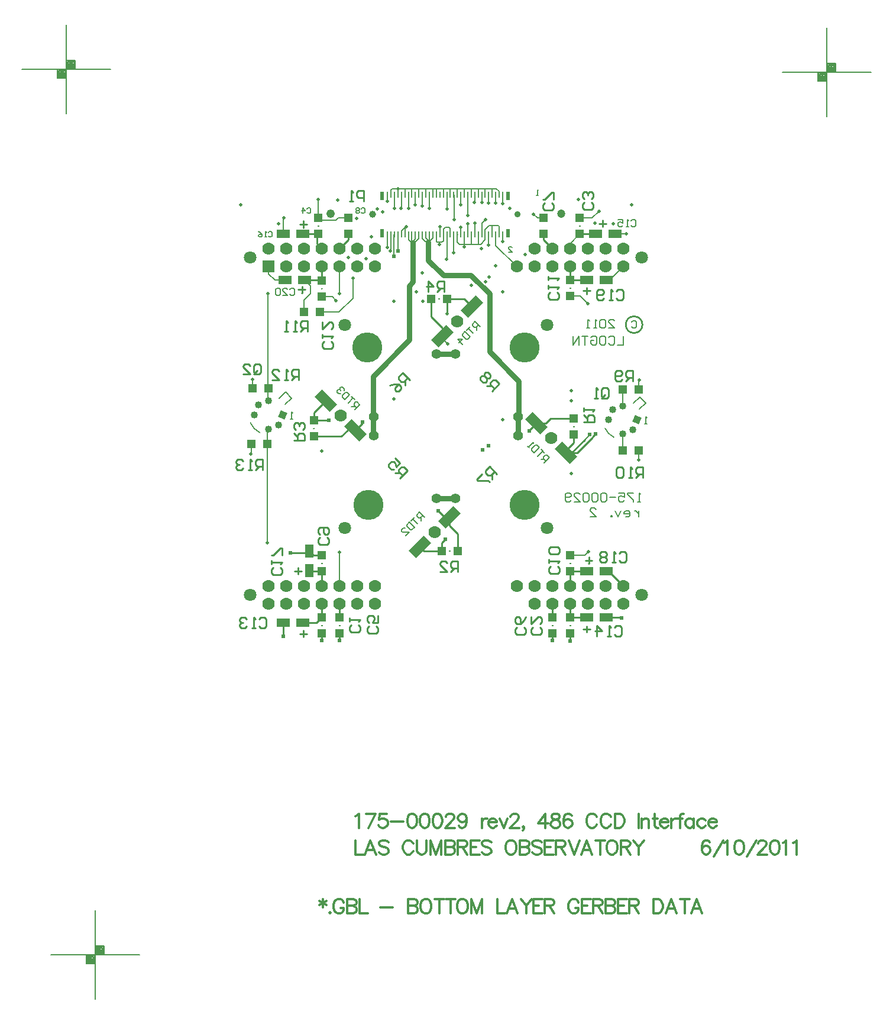
<source format=gbl>
%FSLAX25Y25*%
%MOIN*%
G70*
G01*
G75*
G04 Layer_Physical_Order=6*
G04 Layer_Color=16711680*
%ADD10C,0.01000*%
%ADD11C,0.00787*%
%ADD12C,0.00984*%
%ADD13C,0.00800*%
%ADD14C,0.01201*%
%ADD15C,0.01201*%
%ADD16C,0.01200*%
%ADD17P,0.05657X4X202.5*%
%ADD18C,0.04000*%
%ADD19C,0.07000*%
%ADD20R,0.07000X0.07000*%
%ADD21C,0.05512*%
%ADD22C,0.03543*%
%ADD23C,0.03937*%
%ADD24C,0.07087*%
%ADD25C,0.16929*%
%ADD26C,0.04724*%
%ADD27C,0.04807*%
%ADD28C,0.02400*%
%ADD29C,0.02000*%
%ADD30C,0.04000*%
%ADD31C,0.04500*%
%ADD32C,0.09874*%
%ADD33C,0.06000*%
G04:AMPARAMS|DCode=34|XSize=100mil|YSize=100mil|CornerRadius=0mil|HoleSize=0mil|Usage=FLASHONLY|Rotation=0.000|XOffset=0mil|YOffset=0mil|HoleType=Round|Shape=Relief|Width=10mil|Gap=10mil|Entries=4|*
%AMTHD34*
7,0,0,0.10000,0.08000,0.01000,45*
%
%ADD34THD34*%
%ADD35C,0.05347*%
%ADD36C,0.05543*%
%ADD37C,0.05937*%
%ADD38C,0.09087*%
%ADD39C,0.18929*%
%ADD40C,0.06921*%
%ADD41C,0.03000*%
G04:AMPARAMS|DCode=42|XSize=70mil|YSize=70mil|CornerRadius=0mil|HoleSize=0mil|Usage=FLASHONLY|Rotation=0.000|XOffset=0mil|YOffset=0mil|HoleType=Round|Shape=Relief|Width=10mil|Gap=10mil|Entries=4|*
%AMTHD42*
7,0,0,0.07000,0.05000,0.01000,45*
%
%ADD42THD42*%
%ADD43R,0.07800X0.04800*%
%ADD44R,0.05000X0.05000*%
G04:AMPARAMS|DCode=45|XSize=59.06mil|YSize=118.11mil|CornerRadius=0mil|HoleSize=0mil|Usage=FLASHONLY|Rotation=315.000|XOffset=0mil|YOffset=0mil|HoleType=Round|Shape=Rectangle|*
%AMROTATEDRECTD45*
4,1,4,-0.06264,-0.02088,0.02088,0.06264,0.06264,0.02088,-0.02088,-0.06264,-0.06264,-0.02088,0.0*
%
%ADD45ROTATEDRECTD45*%

%ADD46R,0.00984X0.03543*%
%ADD47R,0.02362X0.05118*%
%ADD48R,0.04800X0.07800*%
%ADD49R,0.05000X0.05000*%
G04:AMPARAMS|DCode=50|XSize=59.06mil|YSize=118.11mil|CornerRadius=0mil|HoleSize=0mil|Usage=FLASHONLY|Rotation=225.000|XOffset=0mil|YOffset=0mil|HoleType=Round|Shape=Rectangle|*
%AMROTATEDRECTD50*
4,1,4,-0.02088,0.06264,0.06264,-0.02088,0.02088,-0.06264,-0.06264,0.02088,-0.02088,0.06264,0.0*
%
%ADD50ROTATEDRECTD50*%

%ADD51C,0.03000*%
%ADD52C,0.00500*%
%ADD53C,0.00700*%
D10*
X52141Y201100D02*
G03*
X52141Y201100I-141J0D01*
G01*
X192189Y201425D02*
G03*
X192189Y201425I-141J0D01*
G01*
Y46425D02*
G03*
X192189Y46425I-141J0D01*
G01*
X52189D02*
G03*
X52189Y46425I-141J0D01*
G01*
X182189Y11425D02*
G03*
X182189Y11425I-141J0D01*
G01*
X62189D02*
G03*
X62189Y11425I-141J0D01*
G01*
X50189Y236425D02*
G03*
X50189Y236425I-141J0D01*
G01*
X197541Y236400D02*
G03*
X197541Y236400I-141J0D01*
G01*
X192189Y11425D02*
G03*
X192189Y11425I-141J0D01*
G01*
X52189D02*
G03*
X52189Y11425I-141J0D01*
G01*
X194189Y123425D02*
G03*
X194189Y123425I-141J0D01*
G01*
X124189Y53425D02*
G03*
X124189Y53425I-141J0D01*
G01*
X47689Y122425D02*
G03*
X47689Y122425I-141J0D01*
G01*
X118189Y195425D02*
G03*
X118189Y195425I-141J0D01*
G01*
X232786Y180900D02*
G03*
X232786Y180900I-4686J0D01*
G01*
X192049Y223622D02*
X192913D01*
X128447Y231687D02*
X128453Y231693D01*
X52049Y205927D02*
Y213622D01*
X38583Y40354D02*
X38681Y40453D01*
Y44193D01*
X36614Y42224D02*
X40551D01*
X41634Y5020D02*
X41732Y5118D01*
Y8858D01*
X39665Y6890D02*
X43602D01*
X41500Y13000D02*
X49122D01*
X52047Y15925D01*
X197400Y231900D02*
X206400D01*
X206500Y232000D01*
X210368Y235930D02*
X210467Y236028D01*
Y239769D01*
X208400Y237800D02*
X212337D01*
X199409Y199902D02*
X203346D01*
X201378Y197933D02*
X201476Y198031D01*
Y201772D01*
X199363Y9467D02*
X203300D01*
X200554Y48123D02*
X204491D01*
X202621Y46351D02*
Y50091D01*
X202523Y46253D02*
X202621Y46351D01*
X40945Y198819D02*
Y202559D01*
X40846Y198721D02*
X40945Y198819D01*
X38878Y200689D02*
X42815D01*
X41795Y235543D02*
Y239283D01*
X41697Y235445D02*
X41795Y235543D01*
X39728Y237413D02*
X43665D01*
X120131Y174402D02*
X120498D01*
X81377Y118327D02*
X81397Y118347D01*
X201331Y7695D02*
X201430Y7794D01*
Y11042D01*
X13801Y153900D02*
Y157898D01*
X14801Y158898D01*
X16800D01*
X17800Y157898D01*
Y153900D01*
X16800Y152900D01*
X14801D01*
X15801Y154899D02*
X13801Y152900D01*
X14801D02*
X13801Y153900D01*
X7803Y152900D02*
X11802D01*
X7803Y156899D01*
Y157898D01*
X8803Y158898D01*
X10802D01*
X11802Y157898D01*
X16867Y15038D02*
X17867Y16037D01*
X19866D01*
X20866Y15038D01*
Y11039D01*
X19866Y10039D01*
X17867D01*
X16867Y11039D01*
X14868Y10039D02*
X12869D01*
X13868D01*
Y16037D01*
X14868Y15038D01*
X9870D02*
X8870Y16037D01*
X6871D01*
X5871Y15038D01*
Y14038D01*
X6871Y13038D01*
X7870D01*
X6871D01*
X5871Y12039D01*
Y11039D01*
X6871Y10039D01*
X8870D01*
X9870Y11039D01*
X18600Y99200D02*
Y105198D01*
X15601D01*
X14601Y104198D01*
Y102199D01*
X15601Y101199D01*
X18600D01*
X16601D02*
X14601Y99200D01*
X12602D02*
X10603D01*
X11602D01*
Y105198D01*
X12602Y104198D01*
X7604D02*
X6604Y105198D01*
X4605D01*
X3605Y104198D01*
Y103199D01*
X4605Y102199D01*
X5604D01*
X4605D01*
X3605Y101199D01*
Y100200D01*
X4605Y99200D01*
X6604D01*
X7604Y100200D01*
X147900Y143500D02*
X152141Y147741D01*
X150021Y149862D01*
X148607D01*
X147193Y148448D01*
Y147034D01*
X149314Y144914D01*
X147900Y146327D02*
X145072D01*
X147193Y151276D02*
Y152689D01*
X145779Y154103D01*
X144366D01*
X143659Y153396D01*
Y151982D01*
X142245D01*
X141538Y151276D01*
Y149862D01*
X142952Y148448D01*
X144366D01*
X145072Y149155D01*
Y150569D01*
X146486D01*
X147193Y151276D01*
X145072Y150569D02*
X143659Y151982D01*
X75689Y250525D02*
Y256523D01*
X72690D01*
X71690Y255524D01*
Y253524D01*
X72690Y252524D01*
X75689D01*
X69691Y250525D02*
X67692D01*
X68691D01*
Y256523D01*
X69691Y255524D01*
X44200Y177000D02*
Y182998D01*
X41201D01*
X40201Y181998D01*
Y179999D01*
X41201Y178999D01*
X44200D01*
X42201D02*
X40201Y177000D01*
X38202D02*
X36203D01*
X37202D01*
Y182998D01*
X38202Y181998D01*
X33204Y177000D02*
X31204D01*
X32204D01*
Y182998D01*
X33204Y181998D01*
X218001Y199798D02*
X219001Y200798D01*
X221000D01*
X222000Y199798D01*
Y195800D01*
X221000Y194800D01*
X219001D01*
X218001Y195800D01*
X216002Y194800D02*
X214003D01*
X215002D01*
Y200798D01*
X216002Y199798D01*
X211004Y195800D02*
X210004Y194800D01*
X208004D01*
X207005Y195800D01*
Y199798D01*
X208004Y200798D01*
X210004D01*
X211004Y199798D01*
Y198799D01*
X210004Y197799D01*
X207005D01*
X219701Y52198D02*
X220701Y53198D01*
X222700D01*
X223700Y52198D01*
Y48200D01*
X222700Y47200D01*
X220701D01*
X219701Y48200D01*
X217702Y47200D02*
X215703D01*
X216702D01*
Y53198D01*
X217702Y52198D01*
X212704D02*
X211704Y53198D01*
X209704D01*
X208705Y52198D01*
Y51199D01*
X209704Y50199D01*
X208705Y49199D01*
Y48200D01*
X209704Y47200D01*
X211704D01*
X212704Y48200D01*
Y49199D01*
X211704Y50199D01*
X212704Y51199D01*
Y52198D01*
X211704Y50199D02*
X209704D01*
X28620Y44156D02*
X29620Y43156D01*
Y41157D01*
X28620Y40157D01*
X24622D01*
X23622Y41157D01*
Y43156D01*
X24622Y44156D01*
X23622Y46156D02*
Y48155D01*
Y47155D01*
X29620D01*
X28620Y46156D01*
X29620Y51154D02*
Y55153D01*
X28620D01*
X24622Y51154D01*
X23622D01*
X217001Y10498D02*
X218001Y11498D01*
X220000D01*
X221000Y10498D01*
Y6500D01*
X220000Y5500D01*
X218001D01*
X217001Y6500D01*
X215002Y5500D02*
X213003D01*
X214002D01*
Y11498D01*
X215002Y10498D01*
X207004Y5500D02*
Y11498D01*
X210004Y8499D01*
X206005D01*
X57298Y171399D02*
X58298Y170399D01*
Y168400D01*
X57298Y167400D01*
X53300D01*
X52300Y168400D01*
Y170399D01*
X53300Y171399D01*
X52300Y173398D02*
Y175397D01*
Y174398D01*
X58298D01*
X57298Y173398D01*
X52300Y182395D02*
Y178396D01*
X56299Y182395D01*
X57298D01*
X58298Y181395D01*
Y179396D01*
X57298Y178396D01*
X184598Y199199D02*
X185598Y198199D01*
Y196200D01*
X184598Y195200D01*
X180600D01*
X179600Y196200D01*
Y198199D01*
X180600Y199199D01*
X179600Y201198D02*
Y203197D01*
Y202198D01*
X185598D01*
X184598Y201198D01*
X179600Y206196D02*
Y208196D01*
Y207196D01*
X185598D01*
X184598Y206196D01*
X184998Y44799D02*
X185998Y43799D01*
Y41800D01*
X184998Y40800D01*
X181000D01*
X180000Y41800D01*
Y43799D01*
X181000Y44799D01*
X180000Y46798D02*
Y48797D01*
Y47798D01*
X185998D01*
X184998Y46798D01*
Y51796D02*
X185998Y52796D01*
Y54795D01*
X184998Y55795D01*
X181000D01*
X180000Y54795D01*
Y52796D01*
X181000Y51796D01*
X184998D01*
X55198Y60899D02*
X56198Y59899D01*
Y57900D01*
X55198Y56900D01*
X51200D01*
X50200Y57900D01*
Y59899D01*
X51200Y60899D01*
Y62898D02*
X50200Y63898D01*
Y65897D01*
X51200Y66897D01*
X55198D01*
X56198Y65897D01*
Y63898D01*
X55198Y62898D01*
X54199D01*
X53199Y63898D01*
Y66897D01*
X181598Y249499D02*
X182598Y248499D01*
Y246500D01*
X181598Y245500D01*
X177600D01*
X176600Y246500D01*
Y248499D01*
X177600Y249499D01*
X182598Y251498D02*
Y255497D01*
X181598D01*
X177600Y251498D01*
X176600D01*
X165998Y10299D02*
X166998Y9299D01*
Y7300D01*
X165998Y6300D01*
X162000D01*
X161000Y7300D01*
Y9299D01*
X162000Y10299D01*
X166998Y16297D02*
X165998Y14297D01*
X163999Y12298D01*
X162000D01*
X161000Y13298D01*
Y15297D01*
X162000Y16297D01*
X162999D01*
X163999Y15297D01*
Y12298D01*
X82754Y10987D02*
X83754Y9987D01*
Y7988D01*
X82754Y6988D01*
X78756D01*
X77756Y7988D01*
Y9987D01*
X78756Y10987D01*
X83754Y16985D02*
Y12986D01*
X80755D01*
X81755Y14986D01*
Y15985D01*
X80755Y16985D01*
X78756D01*
X77756Y15985D01*
Y13986D01*
X78756Y12986D01*
X204198Y249699D02*
X205198Y248699D01*
Y246700D01*
X204198Y245700D01*
X200200D01*
X199200Y246700D01*
Y248699D01*
X200200Y249699D01*
X204198Y251698D02*
X205198Y252698D01*
Y254697D01*
X204198Y255697D01*
X203199D01*
X202199Y254697D01*
Y253697D01*
Y254697D01*
X201199Y255697D01*
X200200D01*
X199200Y254697D01*
Y252698D01*
X200200Y251698D01*
X175098Y10299D02*
X176098Y9299D01*
Y7300D01*
X175098Y6300D01*
X171100D01*
X170100Y7300D01*
Y9299D01*
X171100Y10299D01*
X170100Y16297D02*
Y12298D01*
X174099Y16297D01*
X175098D01*
X176098Y15297D01*
Y13298D01*
X175098Y12298D01*
X72715Y11774D02*
X73715Y10775D01*
Y8775D01*
X72715Y7776D01*
X68716D01*
X67716Y8775D01*
Y10775D01*
X68716Y11774D01*
X67716Y13774D02*
Y15773D01*
Y14773D01*
X73715D01*
X72715Y13774D01*
X199800Y126100D02*
X205798D01*
Y129099D01*
X204798Y130099D01*
X202799D01*
X201799Y129099D01*
Y126100D01*
Y128099D02*
X199800Y130099D01*
Y132098D02*
Y134097D01*
Y133098D01*
X205798D01*
X204798Y132098D01*
X128800Y41800D02*
Y47798D01*
X125801D01*
X124801Y46798D01*
Y44799D01*
X125801Y43799D01*
X128800D01*
X126801D02*
X124801Y41800D01*
X118803D02*
X122802D01*
X118803Y45799D01*
Y46798D01*
X119803Y47798D01*
X121802D01*
X122802Y46798D01*
X36500Y115800D02*
X42498D01*
Y118799D01*
X41498Y119799D01*
X39499D01*
X38499Y118799D01*
Y115800D01*
Y117799D02*
X36500Y119799D01*
X41498Y121798D02*
X42498Y122798D01*
Y124797D01*
X41498Y125797D01*
X40499D01*
X39499Y124797D01*
Y123797D01*
Y124797D01*
X38499Y125797D01*
X37500D01*
X36500Y124797D01*
Y122798D01*
X37500Y121798D01*
X121100Y199400D02*
Y205398D01*
X118101D01*
X117101Y204398D01*
Y202399D01*
X118101Y201399D01*
X121100D01*
X119101D02*
X117101Y199400D01*
X112103D02*
Y205398D01*
X115102Y202399D01*
X111103D01*
X96200Y94500D02*
X100441Y98741D01*
X98321Y100862D01*
X96907D01*
X95493Y99448D01*
Y98034D01*
X97614Y95914D01*
X96200Y97328D02*
X93372D01*
Y105810D02*
X96200Y102982D01*
X94079Y100862D01*
X93372Y102982D01*
X92666Y103689D01*
X91252D01*
X89838Y102276D01*
Y100862D01*
X91252Y99448D01*
X92666D01*
X101800Y149600D02*
X97559Y153841D01*
X95438Y151721D01*
Y150307D01*
X96852Y148893D01*
X98266D01*
X100386Y151014D01*
X98972Y149600D02*
Y146773D01*
X90490D02*
X92611Y147479D01*
X95438D01*
X96852Y146066D01*
Y144652D01*
X95438Y143238D01*
X94024D01*
X93318Y143945D01*
Y145359D01*
X95438Y147479D01*
X150800Y96700D02*
X146559Y100941D01*
X144438Y98821D01*
Y97407D01*
X145852Y95993D01*
X147266D01*
X149386Y98114D01*
X147973Y96700D02*
Y93872D01*
X142317Y96700D02*
X139490Y93872D01*
X140197Y93166D01*
X145852Y93166D01*
X146559Y92459D01*
X209601Y140300D02*
Y144298D01*
X210601Y145298D01*
X212600D01*
X213600Y144298D01*
Y140300D01*
X212600Y139300D01*
X210601D01*
X211601Y141299D02*
X209601Y139300D01*
X210601D02*
X209601Y140300D01*
X207602Y139300D02*
X205603D01*
X206602D01*
Y145298D01*
X207602Y144298D01*
X227400Y149200D02*
Y155198D01*
X224401D01*
X223401Y154198D01*
Y152199D01*
X224401Y151199D01*
X227400D01*
X225401D02*
X223401Y149200D01*
X221402Y150200D02*
X220402Y149200D01*
X218403D01*
X217403Y150200D01*
Y154198D01*
X218403Y155198D01*
X220402D01*
X221402Y154198D01*
Y153199D01*
X220402Y152199D01*
X217403D01*
X232993Y94841D02*
Y100839D01*
X229994D01*
X228994Y99839D01*
Y97840D01*
X229994Y96840D01*
X232993D01*
X230994D02*
X228994Y94841D01*
X226995D02*
X224995D01*
X225995D01*
Y100839D01*
X226995Y99839D01*
X221996D02*
X220997Y100839D01*
X218997D01*
X217998Y99839D01*
Y95841D01*
X218997Y94841D01*
X220997D01*
X221996Y95841D01*
Y99839D01*
X39000Y149700D02*
Y155698D01*
X36001D01*
X35001Y154698D01*
Y152699D01*
X36001Y151699D01*
X39000D01*
X37001D02*
X35001Y149700D01*
X33002D02*
X31003D01*
X32002D01*
Y155698D01*
X33002Y154698D01*
X24005Y149700D02*
X28004D01*
X24005Y153699D01*
Y154698D01*
X25005Y155698D01*
X27004D01*
X28004Y154698D01*
D11*
X11877Y125635D02*
G03*
X17227Y120063I10123J4365D01*
G01*
X211738Y122581D02*
G03*
X216692Y117480I9962J4719D01*
G01*
X31284Y135943D02*
X34903Y139562D01*
X31563Y142903D02*
X34903Y139562D01*
X27944Y139284D02*
X31563Y142903D01*
X230984Y133244D02*
X234603Y136863D01*
X231262Y140203D02*
X234603Y136863D01*
X227643Y136584D02*
X231262Y140203D01*
D12*
X195939Y108639D02*
X204626Y117326D01*
X42049Y222406D02*
Y223622D01*
X201154D02*
X202049D01*
X132514Y195425D02*
X136834Y191106D01*
X122547Y195425D02*
X132514D01*
X113547Y185525D02*
Y195425D01*
Y185525D02*
X120131Y178942D01*
Y174402D02*
Y178942D01*
X122547Y187125D02*
Y195425D01*
X74947Y125386D02*
Y126225D01*
X71070Y121509D02*
X74947Y125386D01*
X47547Y131392D02*
X54367Y138212D01*
X47547Y117925D02*
X63047D01*
X66631Y121509D01*
X47547Y126925D02*
Y131392D01*
Y126925D02*
X55747D01*
X55947Y127125D01*
X117847Y76025D02*
X121424Y72448D01*
X123964D01*
X109580Y53425D02*
X119547D01*
X107261Y55745D02*
X109580Y53425D01*
X128547D02*
Y63125D01*
X123964Y67708D02*
X128547Y63125D01*
X123964Y67708D02*
Y72448D01*
X119547Y53425D02*
Y58025D01*
X121747Y60225D01*
X121847D01*
X169147Y121125D02*
Y121465D01*
X173024Y125342D01*
X178364D02*
X180947Y127925D01*
X173024Y125342D02*
X178364D01*
X180947Y127925D02*
X194047D01*
X52049Y33622D02*
Y41923D01*
Y15927D02*
Y23622D01*
X52047Y15925D02*
X52049Y15927D01*
X52047Y3150D02*
Y6925D01*
X62047Y15925D02*
Y23620D01*
Y2953D02*
Y6925D01*
X192047Y33624D02*
Y41925D01*
X192049Y15927D02*
Y23622D01*
X192047Y2854D02*
Y6925D01*
X182049Y15927D02*
Y23622D01*
X182047Y15925D02*
X182049Y15927D01*
X182047Y2953D02*
Y6925D01*
X177047Y228624D02*
X182049Y223622D01*
X177047Y228624D02*
Y231925D01*
X62049Y223622D02*
Y223827D01*
X67047Y228825D01*
Y231925D01*
X49247Y226424D02*
X52049Y223622D01*
X49247Y226424D02*
Y231125D01*
X50047Y231925D01*
X52047Y205925D02*
X52049Y205927D01*
X47575Y50925D02*
X52047D01*
X46138Y52362D02*
X47575Y50925D01*
X45575Y41925D02*
X52047D01*
X45000Y42500D02*
X45575Y41925D01*
X30500Y5500D02*
Y13000D01*
X30413Y5413D02*
X30500Y5500D01*
X217500Y232000D02*
X217657Y232157D01*
X192122Y206000D02*
X201500D01*
X192047Y205925D02*
X192049Y205927D01*
X192122Y206000D01*
X192049Y205927D02*
Y213622D01*
Y15927D02*
X192122Y16000D01*
X201500D01*
X212500D02*
X220713D01*
X220965Y15748D01*
X192047Y41925D02*
X201425D01*
X201500Y42000D01*
X212500D02*
X213671D01*
X222049Y33622D01*
X42500Y206000D02*
X51972D01*
X52047Y205925D01*
X41575Y231925D02*
X50047D01*
X41500Y232000D02*
X41575Y231925D01*
X192839Y108639D02*
X195939D01*
X194047Y114421D02*
Y118925D01*
X189728Y110102D02*
X194047Y114421D01*
X189728Y108639D02*
Y110102D01*
X204626Y117326D02*
Y117626D01*
X206300Y119300D01*
X189728Y108639D02*
X192839D01*
X200220Y116020D01*
X34350Y52362D02*
X46138D01*
D13*
X114673Y229732D02*
Y231693D01*
X112205Y227264D02*
X112705Y227764D01*
X114673Y229732D01*
X112705Y227764D02*
Y231693D01*
X110736Y229618D02*
Y231693D01*
X108768Y229323D02*
Y231693D01*
Y229323D02*
X110327Y227764D01*
X112591D01*
X112705D01*
X110736Y229618D02*
X112591Y227764D01*
X104831Y229142D02*
Y231693D01*
X103445Y227756D02*
X104831Y229142D01*
X103445Y227067D02*
Y227756D01*
X106799Y229437D02*
Y231693D01*
X105118Y227756D02*
X106799Y229437D01*
X102862Y227650D02*
X103445Y227067D01*
X102862Y227650D02*
Y231693D01*
X100894Y228831D02*
Y231693D01*
Y228831D02*
X102657Y227067D01*
X103445D01*
Y227756D02*
X105118D01*
X203000Y118800D02*
Y119000D01*
X200220Y116020D02*
X203000Y118800D01*
X95000Y222400D02*
Y231681D01*
X94988Y231693D02*
X95000Y231681D01*
X92700Y219400D02*
Y231373D01*
X93020Y231693D01*
X120131Y173069D02*
Y174402D01*
Y173069D02*
X123100Y170100D01*
X90700Y222300D02*
X91051Y222651D01*
Y231693D01*
X89100Y224400D02*
Y231676D01*
X89083Y231693D02*
X89100Y231676D01*
X118610Y236090D02*
X118700Y236000D01*
X62049Y33622D02*
Y52651D01*
X61900Y52800D02*
X62049Y52651D01*
X21400Y121400D02*
X22000Y122000D01*
X21400Y58100D02*
Y121400D01*
X62049Y198451D02*
Y213622D01*
Y198451D02*
X62100Y198400D01*
X21600Y138300D02*
X22000Y137900D01*
X21600Y138300D02*
Y198400D01*
X104831Y248500D02*
Y254134D01*
X112705Y246505D02*
Y254134D01*
X112600Y246400D02*
X112705Y246505D01*
X89083Y250525D02*
Y254134D01*
X96957Y246457D02*
Y254134D01*
X96800Y246300D02*
X96957Y246457D01*
X221700Y135200D02*
X221800Y135300D01*
Y144400D01*
X221700Y110000D02*
Y119300D01*
Y110000D02*
X221800Y109900D01*
X146169Y225669D02*
Y231693D01*
X146100Y225600D02*
X146169Y225669D01*
Y249569D02*
Y254134D01*
X146100Y249500D02*
X146169Y249569D01*
X138295Y249695D02*
Y254134D01*
X138200Y249600D02*
X138295Y249695D01*
X118610Y231693D02*
Y236090D01*
X134358Y231693D02*
Y237800D01*
X154043Y249057D02*
Y254134D01*
Y249057D02*
X154100Y249000D01*
X150106Y225565D02*
Y231693D01*
Y225565D02*
X162049Y213622D01*
X142232Y249700D02*
Y254134D01*
X150106Y249306D02*
Y254134D01*
X150100Y249300D02*
X150106Y249306D01*
X154043Y227756D02*
Y231693D01*
X122547Y246253D02*
Y254134D01*
Y246253D02*
X122600Y246200D01*
X126484Y221584D02*
Y231693D01*
X126300Y221400D02*
X126484Y221584D01*
X130421Y248379D02*
Y254134D01*
Y248379D02*
X130500Y248300D01*
X122547Y217847D02*
Y231693D01*
X122300Y217600D02*
X122547Y217847D01*
X126600Y240200D02*
Y254018D01*
X126484Y254134D02*
X126600Y254018D01*
X138295Y231693D02*
Y237995D01*
X138300Y238000D01*
X130421Y231693D02*
Y235679D01*
X130400Y235700D02*
X130421Y235679D01*
X134358Y242342D02*
Y254134D01*
Y242342D02*
X134400Y242300D01*
X142232Y231693D02*
Y238032D01*
X144300Y240100D01*
X91051Y254134D02*
Y256751D01*
X91823Y257523D01*
X150501D02*
X152075Y255949D01*
Y254134D02*
Y255949D01*
X148138Y254134D02*
Y257461D01*
X144201Y254134D02*
Y257461D01*
X140264Y254134D02*
Y257461D01*
X136327Y254134D02*
Y257461D01*
X132390Y254134D02*
Y257461D01*
X128453Y254134D02*
Y257461D01*
X124516Y254134D02*
Y257461D01*
X120579Y254134D02*
Y257461D01*
X116642Y254134D02*
Y257461D01*
X114673Y254134D02*
Y257461D01*
X110736Y254134D02*
Y257461D01*
X106799Y254134D02*
Y257461D01*
X102862Y254134D02*
Y257461D01*
X98925Y254134D02*
Y257461D01*
X94988Y254134D02*
Y257461D01*
X100894Y246463D02*
Y254134D01*
Y246463D02*
X100900Y246457D01*
X108768Y247868D02*
Y254134D01*
X108700Y247800D02*
X108768Y247868D01*
X69600Y195800D02*
Y207200D01*
X61700Y187900D02*
X69600Y195800D01*
X51200Y187900D02*
X61700D01*
X42200D02*
Y194800D01*
X45768Y198368D01*
Y202732D01*
X42500Y206000D02*
X45768Y202732D01*
X93020Y246520D02*
Y254134D01*
X192049Y226549D02*
X197400Y231900D01*
X192049Y223622D02*
Y226549D01*
X230800Y104700D02*
Y109900D01*
Y144400D02*
Y149542D01*
X230900Y149642D01*
X212500Y206000D02*
X214427D01*
X222049Y213622D01*
X217500Y232000D02*
X223600D01*
X197400Y240900D02*
X204500D01*
X208400Y244800D01*
X173575Y240925D02*
X177047D01*
X171300Y243200D02*
X173575Y240925D01*
X50047D02*
Y251300D01*
X61225Y240925D02*
X67047D01*
X60000Y239700D02*
X61225Y240925D01*
X51272Y239700D02*
X60000D01*
X50047Y240925D02*
X51272Y239700D01*
X30500Y232000D02*
Y240900D01*
X30600Y241000D01*
X25600Y206000D02*
X31500D01*
X22049Y209551D02*
X25600Y206000D01*
X22049Y209551D02*
Y213622D01*
X52000Y196600D02*
X58100D01*
X60200Y194500D01*
X13000Y145200D02*
Y150200D01*
X12300Y108300D02*
Y113700D01*
X12200Y108200D02*
X12300Y108300D01*
X192047Y50925D02*
X200525D01*
X202500Y52900D01*
X192047Y196925D02*
X197575D01*
X201900Y192600D01*
X144201Y228701D02*
Y231693D01*
X141600Y226100D02*
X144201Y228701D01*
X128447Y227253D02*
X129600Y226100D01*
X128447Y227253D02*
Y231687D01*
X132390Y226100D02*
Y231693D01*
X136327Y226227D02*
Y231693D01*
X140264Y226164D02*
Y231693D01*
X132390Y224800D02*
Y226100D01*
X116642Y227658D02*
Y231693D01*
Y227658D02*
X116900Y227400D01*
X119800D02*
X120579Y228179D01*
Y234579D02*
X121679Y235679D01*
X123879D01*
X124516Y235042D01*
Y231693D02*
Y235042D01*
X120579Y228179D02*
Y231693D01*
Y234579D01*
X118300Y225900D02*
X118350Y225950D01*
Y227400D01*
X116900D02*
X118350D01*
X119800D01*
X96957Y231693D02*
Y233657D01*
X99500Y236200D02*
X99700Y236000D01*
X98925Y235225D02*
X99700Y236000D01*
X98925Y231693D02*
Y235225D01*
X144201Y231693D02*
Y234380D01*
X146421Y236600D01*
X151600D02*
X152075Y236125D01*
Y231693D02*
Y236125D01*
X148138Y231693D02*
Y236538D01*
X146421Y236600D02*
X151600D01*
X96957Y233657D02*
X99500Y236200D01*
X91823Y257523D02*
X150501D01*
X132390Y226100D02*
X141600D01*
X129600D02*
X132390D01*
X33934Y200732D02*
X34601Y201399D01*
X35934D01*
X36600Y200732D01*
Y198066D01*
X35934Y197400D01*
X34601D01*
X33934Y198066D01*
X29936Y197400D02*
X32601D01*
X29936Y200066D01*
Y200732D01*
X30602Y201399D01*
X31935D01*
X32601Y200732D01*
X28603D02*
X27936Y201399D01*
X26603D01*
X25937Y200732D01*
Y198066D01*
X26603Y197400D01*
X27936D01*
X28603Y198066D01*
Y200732D01*
X-100500Y-173800D02*
X-50500D01*
X-75500Y-198800D02*
Y-148800D01*
X-70500Y-173800D02*
Y-168800D01*
X-75500D02*
X-70500D01*
X-80500Y-178800D02*
Y-173800D01*
Y-178800D02*
X-75500D01*
X-80000Y-174300D02*
X-76000D01*
X-80000Y-178300D02*
Y-174300D01*
Y-178300D02*
X-76000D01*
Y-174300D01*
X-79500Y-174800D02*
X-76500D01*
X-79500Y-177800D02*
Y-174800D01*
Y-177800D02*
X-76500D01*
Y-175300D01*
X-79000D02*
X-77000D01*
X-79000Y-177300D02*
Y-175300D01*
Y-177300D02*
X-77000D01*
Y-175800D01*
X-78500D02*
X-77500D01*
X-78500Y-176800D02*
Y-175800D01*
Y-176800D02*
X-77500D01*
Y-175800D01*
X-78500Y-176300D02*
X-77500D01*
X-75000Y-169300D02*
X-71000D01*
X-75000Y-173300D02*
Y-169300D01*
Y-173300D02*
X-71000D01*
Y-169300D01*
X-74500Y-169800D02*
X-71500D01*
X-74500Y-172800D02*
Y-169800D01*
Y-172800D02*
X-71500D01*
Y-170300D01*
X-74000D02*
X-72000D01*
X-74000Y-172300D02*
Y-170300D01*
Y-172300D02*
X-72000D01*
Y-170800D01*
X-73500D02*
X-72500D01*
X-73500Y-171800D02*
Y-170800D01*
Y-171800D02*
X-72500D01*
Y-170800D01*
X-73500Y-171300D02*
X-72500D01*
X-116900Y324700D02*
X-66900D01*
X-91900Y299700D02*
Y349700D01*
X-86900Y324700D02*
Y329700D01*
X-91900D02*
X-86900D01*
X-96900Y319700D02*
Y324700D01*
Y319700D02*
X-91900D01*
X-96400Y324200D02*
X-92400D01*
X-96400Y320200D02*
Y324200D01*
Y320200D02*
X-92400D01*
Y324200D01*
X-95900Y323700D02*
X-92900D01*
X-95900Y320700D02*
Y323700D01*
Y320700D02*
X-92900D01*
Y323200D01*
X-95400D02*
X-93400D01*
X-95400Y321200D02*
Y323200D01*
Y321200D02*
X-93400D01*
Y322700D01*
X-94900D02*
X-93900D01*
X-94900Y321700D02*
Y322700D01*
Y321700D02*
X-93900D01*
Y322700D01*
X-94900Y322200D02*
X-93900D01*
X-91400Y329200D02*
X-87400D01*
X-91400Y325200D02*
Y329200D01*
Y325200D02*
X-87400D01*
Y329200D01*
X-90900Y328700D02*
X-87900D01*
X-90900Y325700D02*
Y328700D01*
Y325700D02*
X-87900D01*
Y328200D01*
X-90400D02*
X-88400D01*
X-90400Y326200D02*
Y328200D01*
Y326200D02*
X-88400D01*
Y327700D01*
X-89900D02*
X-88900D01*
X-89900Y326700D02*
Y327700D01*
Y326700D02*
X-88900D01*
Y327700D01*
X-89900Y327200D02*
X-88900D01*
X311700Y323100D02*
X361700D01*
X336700Y298100D02*
Y348100D01*
X341700Y323100D02*
Y328100D01*
X336700D02*
X341700D01*
X331700Y318100D02*
Y323100D01*
Y318100D02*
X336700D01*
X332200Y322600D02*
X336200D01*
X332200Y318600D02*
Y322600D01*
Y318600D02*
X336200D01*
Y322600D01*
X332700Y322100D02*
X335700D01*
X332700Y319100D02*
Y322100D01*
Y319100D02*
X335700D01*
Y321600D01*
X333200D02*
X335200D01*
X333200Y319600D02*
Y321600D01*
Y319600D02*
X335200D01*
Y321100D01*
X333700D02*
X334700D01*
X333700Y320100D02*
Y321100D01*
Y320100D02*
X334700D01*
Y321100D01*
X333700Y320600D02*
X334700D01*
X337200Y327600D02*
X341200D01*
X337200Y323600D02*
Y327600D01*
Y323600D02*
X341200D01*
Y327600D01*
X337700Y327100D02*
X340700D01*
X337700Y324100D02*
Y327100D01*
Y324100D02*
X340700D01*
Y326600D01*
X338200D02*
X340200D01*
X338200Y324600D02*
Y326600D01*
Y324600D02*
X340200D01*
Y326100D01*
X338700D02*
X339700D01*
X338700Y325100D02*
Y326100D01*
Y325100D02*
X339700D01*
Y326100D01*
X338700Y325600D02*
X339700D01*
D14*
X52692Y-142592D02*
Y-147163D01*
X50787Y-143735D02*
X54596Y-146020D01*
Y-143735D02*
X50787Y-146020D01*
X56615Y-149829D02*
X56234Y-150210D01*
X56615Y-150591D01*
X56996Y-150210D01*
X56615Y-149829D01*
X64461Y-144497D02*
X64080Y-143735D01*
X63318Y-142973D01*
X62556Y-142592D01*
X61033D01*
X60271Y-142973D01*
X59509Y-143735D01*
X59128Y-144497D01*
X58748Y-145639D01*
Y-147544D01*
X59128Y-148686D01*
X59509Y-149448D01*
X60271Y-150210D01*
X61033Y-150591D01*
X62556D01*
X63318Y-150210D01*
X64080Y-149448D01*
X64461Y-148686D01*
Y-147544D01*
X62556D02*
X64461D01*
X66289Y-142592D02*
Y-150591D01*
Y-142592D02*
X69717D01*
X70859Y-142973D01*
X71240Y-143354D01*
X71621Y-144116D01*
Y-144878D01*
X71240Y-145639D01*
X70859Y-146020D01*
X69717Y-146401D01*
X66289D02*
X69717D01*
X70859Y-146782D01*
X71240Y-147163D01*
X71621Y-147924D01*
Y-149067D01*
X71240Y-149829D01*
X70859Y-150210D01*
X69717Y-150591D01*
X66289D01*
X73411Y-142592D02*
Y-150591D01*
X77982D01*
X85142Y-147163D02*
X91998D01*
X100643Y-142592D02*
Y-150591D01*
Y-142592D02*
X104071D01*
X105214Y-142973D01*
X105595Y-143354D01*
X105976Y-144116D01*
Y-144878D01*
X105595Y-145639D01*
X105214Y-146020D01*
X104071Y-146401D01*
X100643D02*
X104071D01*
X105214Y-146782D01*
X105595Y-147163D01*
X105976Y-147924D01*
Y-149067D01*
X105595Y-149829D01*
X105214Y-150210D01*
X104071Y-150591D01*
X100643D01*
X110051Y-142592D02*
X109289Y-142973D01*
X108527Y-143735D01*
X108147Y-144497D01*
X107766Y-145639D01*
Y-147544D01*
X108147Y-148686D01*
X108527Y-149448D01*
X109289Y-150210D01*
X110051Y-150591D01*
X111574D01*
X112336Y-150210D01*
X113098Y-149448D01*
X113479Y-148686D01*
X113860Y-147544D01*
Y-145639D01*
X113479Y-144497D01*
X113098Y-143735D01*
X112336Y-142973D01*
X111574Y-142592D01*
X110051D01*
X118392D02*
Y-150591D01*
X115726Y-142592D02*
X121058D01*
X124676D02*
Y-150591D01*
X122010Y-142592D02*
X127342D01*
X130580D02*
X129818Y-142973D01*
X129056Y-143735D01*
X128675Y-144497D01*
X128295Y-145639D01*
Y-147544D01*
X128675Y-148686D01*
X129056Y-149448D01*
X129818Y-150210D01*
X130580Y-150591D01*
X132103D01*
X132865Y-150210D01*
X133627Y-149448D01*
X134008Y-148686D01*
X134388Y-147544D01*
Y-145639D01*
X134008Y-144497D01*
X133627Y-143735D01*
X132865Y-142973D01*
X132103Y-142592D01*
X130580D01*
X136255D02*
Y-150591D01*
Y-142592D02*
X139302Y-150591D01*
X142349Y-142592D02*
X139302Y-150591D01*
X142349Y-142592D02*
Y-150591D01*
X150918Y-142592D02*
Y-150591D01*
X155489D01*
X162459D02*
X159412Y-142592D01*
X156365Y-150591D01*
X157507Y-147924D02*
X161316D01*
X164325Y-142592D02*
X167372Y-146401D01*
Y-150591D01*
X170419Y-142592D02*
X167372Y-146401D01*
X176399Y-142592D02*
X171447D01*
Y-150591D01*
X176399D01*
X171447Y-146401D02*
X174494D01*
X177732Y-142592D02*
Y-150591D01*
Y-142592D02*
X181159D01*
X182302Y-142973D01*
X182683Y-143354D01*
X183064Y-144116D01*
Y-144878D01*
X182683Y-145639D01*
X182302Y-146020D01*
X181159Y-146401D01*
X177732D01*
X180398D02*
X183064Y-150591D01*
X196851Y-144497D02*
X196470Y-143735D01*
X195709Y-142973D01*
X194947Y-142592D01*
X193423D01*
X192662Y-142973D01*
X191900Y-143735D01*
X191519Y-144497D01*
X191138Y-145639D01*
Y-147544D01*
X191519Y-148686D01*
X191900Y-149448D01*
X192662Y-150210D01*
X193423Y-150591D01*
X194947D01*
X195709Y-150210D01*
X196470Y-149448D01*
X196851Y-148686D01*
Y-147544D01*
X194947D02*
X196851D01*
X203631Y-142592D02*
X198679D01*
Y-150591D01*
X203631D01*
X198679Y-146401D02*
X201727D01*
X204964Y-142592D02*
Y-150591D01*
Y-142592D02*
X208392D01*
X209534Y-142973D01*
X209915Y-143354D01*
X210296Y-144116D01*
Y-144878D01*
X209915Y-145639D01*
X209534Y-146020D01*
X208392Y-146401D01*
X204964D01*
X207630D02*
X210296Y-150591D01*
X212086Y-142592D02*
Y-150591D01*
Y-142592D02*
X215514D01*
X216657Y-142973D01*
X217038Y-143354D01*
X217418Y-144116D01*
Y-144878D01*
X217038Y-145639D01*
X216657Y-146020D01*
X215514Y-146401D01*
X212086D02*
X215514D01*
X216657Y-146782D01*
X217038Y-147163D01*
X217418Y-147924D01*
Y-149067D01*
X217038Y-149829D01*
X216657Y-150210D01*
X215514Y-150591D01*
X212086D01*
X224160Y-142592D02*
X219208D01*
Y-150591D01*
X224160D01*
X219208Y-146401D02*
X222255D01*
X225493Y-142592D02*
Y-150591D01*
Y-142592D02*
X228921D01*
X230063Y-142973D01*
X230444Y-143354D01*
X230825Y-144116D01*
Y-144878D01*
X230444Y-145639D01*
X230063Y-146020D01*
X228921Y-146401D01*
X225493D01*
X228159D02*
X230825Y-150591D01*
X238899Y-142592D02*
Y-150591D01*
Y-142592D02*
X241566D01*
X242708Y-142973D01*
X243470Y-143735D01*
X243851Y-144497D01*
X244232Y-145639D01*
Y-147544D01*
X243851Y-148686D01*
X243470Y-149448D01*
X242708Y-150210D01*
X241566Y-150591D01*
X238899D01*
X252116D02*
X249069Y-142592D01*
X246022Y-150591D01*
X247164Y-147924D02*
X250973D01*
X256648Y-142592D02*
Y-150591D01*
X253982Y-142592D02*
X259314D01*
X266360Y-150591D02*
X263313Y-142592D01*
X260266Y-150591D01*
X261409Y-147924D02*
X265218D01*
D15*
X71020Y-109455D02*
Y-117454D01*
X75590D01*
X82560D02*
X79513Y-109455D01*
X76466Y-117454D01*
X77609Y-114787D02*
X81417D01*
X89758Y-110598D02*
X88997Y-109836D01*
X87854Y-109455D01*
X86331D01*
X85188Y-109836D01*
X84426Y-110598D01*
Y-111360D01*
X84807Y-112121D01*
X85188Y-112502D01*
X85950Y-112883D01*
X88235Y-113645D01*
X88997Y-114026D01*
X89378Y-114407D01*
X89758Y-115168D01*
Y-116311D01*
X88997Y-117073D01*
X87854Y-117454D01*
X86331D01*
X85188Y-117073D01*
X84426Y-116311D01*
X103546Y-111360D02*
X103165Y-110598D01*
X102403Y-109836D01*
X101642Y-109455D01*
X100118D01*
X99356Y-109836D01*
X98595Y-110598D01*
X98214Y-111360D01*
X97833Y-112502D01*
Y-114407D01*
X98214Y-115549D01*
X98595Y-116311D01*
X99356Y-117073D01*
X100118Y-117454D01*
X101642D01*
X102403Y-117073D01*
X103165Y-116311D01*
X103546Y-115549D01*
X105793Y-109455D02*
Y-115168D01*
X106174Y-116311D01*
X106936Y-117073D01*
X108078Y-117454D01*
X108840D01*
X109983Y-117073D01*
X110745Y-116311D01*
X111125Y-115168D01*
Y-109455D01*
X113334D02*
Y-117454D01*
Y-109455D02*
X116381Y-117454D01*
X119428Y-109455D02*
X116381Y-117454D01*
X119428Y-109455D02*
Y-117454D01*
X121714Y-109455D02*
Y-117454D01*
Y-109455D02*
X125141D01*
X126284Y-109836D01*
X126665Y-110217D01*
X127046Y-110979D01*
Y-111741D01*
X126665Y-112502D01*
X126284Y-112883D01*
X125141Y-113264D01*
X121714D02*
X125141D01*
X126284Y-113645D01*
X126665Y-114026D01*
X127046Y-114787D01*
Y-115930D01*
X126665Y-116692D01*
X126284Y-117073D01*
X125141Y-117454D01*
X121714D01*
X128836Y-109455D02*
Y-117454D01*
Y-109455D02*
X132264D01*
X133406Y-109836D01*
X133787Y-110217D01*
X134168Y-110979D01*
Y-111741D01*
X133787Y-112502D01*
X133406Y-112883D01*
X132264Y-113264D01*
X128836D01*
X131502D02*
X134168Y-117454D01*
X140909Y-109455D02*
X135958D01*
Y-117454D01*
X140909D01*
X135958Y-113264D02*
X139005D01*
X147575Y-110598D02*
X146813Y-109836D01*
X145670Y-109455D01*
X144147D01*
X143004Y-109836D01*
X142243Y-110598D01*
Y-111360D01*
X142623Y-112121D01*
X143004Y-112502D01*
X143766Y-112883D01*
X146051Y-113645D01*
X146813Y-114026D01*
X147194Y-114407D01*
X147575Y-115168D01*
Y-116311D01*
X146813Y-117073D01*
X145670Y-117454D01*
X144147D01*
X143004Y-117073D01*
X142243Y-116311D01*
X157934Y-109455D02*
X157173Y-109836D01*
X156411Y-110598D01*
X156030Y-111360D01*
X155649Y-112502D01*
Y-114407D01*
X156030Y-115549D01*
X156411Y-116311D01*
X157173Y-117073D01*
X157934Y-117454D01*
X159458D01*
X160220Y-117073D01*
X160981Y-116311D01*
X161362Y-115549D01*
X161743Y-114407D01*
Y-112502D01*
X161362Y-111360D01*
X160981Y-110598D01*
X160220Y-109836D01*
X159458Y-109455D01*
X157934D01*
X163609D02*
Y-117454D01*
Y-109455D02*
X167037D01*
X168180Y-109836D01*
X168561Y-110217D01*
X168941Y-110979D01*
Y-111741D01*
X168561Y-112502D01*
X168180Y-112883D01*
X167037Y-113264D01*
X163609D02*
X167037D01*
X168180Y-113645D01*
X168561Y-114026D01*
X168941Y-114787D01*
Y-115930D01*
X168561Y-116692D01*
X168180Y-117073D01*
X167037Y-117454D01*
X163609D01*
X176064Y-110598D02*
X175302Y-109836D01*
X174160Y-109455D01*
X172636D01*
X171493Y-109836D01*
X170732Y-110598D01*
Y-111360D01*
X171113Y-112121D01*
X171493Y-112502D01*
X172255Y-112883D01*
X174540Y-113645D01*
X175302Y-114026D01*
X175683Y-114407D01*
X176064Y-115168D01*
Y-116311D01*
X175302Y-117073D01*
X174160Y-117454D01*
X172636D01*
X171493Y-117073D01*
X170732Y-116311D01*
X182805Y-109455D02*
X177854D01*
Y-117454D01*
X182805D01*
X177854Y-113264D02*
X180901D01*
X184138Y-109455D02*
Y-117454D01*
Y-109455D02*
X187566D01*
X188709Y-109836D01*
X189090Y-110217D01*
X189471Y-110979D01*
Y-111741D01*
X189090Y-112502D01*
X188709Y-112883D01*
X187566Y-113264D01*
X184138D01*
X186804D02*
X189471Y-117454D01*
X191261Y-109455D02*
X194307Y-117454D01*
X197354Y-109455D02*
X194307Y-117454D01*
X204477D02*
X201430Y-109455D01*
X198383Y-117454D01*
X199525Y-114787D02*
X203334D01*
X209009Y-109455D02*
Y-117454D01*
X206343Y-109455D02*
X211675D01*
X214913D02*
X214151Y-109836D01*
X213389Y-110598D01*
X213008Y-111360D01*
X212627Y-112502D01*
Y-114407D01*
X213008Y-115549D01*
X213389Y-116311D01*
X214151Y-117073D01*
X214913Y-117454D01*
X216436D01*
X217198Y-117073D01*
X217960Y-116311D01*
X218340Y-115549D01*
X218721Y-114407D01*
Y-112502D01*
X218340Y-111360D01*
X217960Y-110598D01*
X217198Y-109836D01*
X216436Y-109455D01*
X214913D01*
X220588D02*
Y-117454D01*
Y-109455D02*
X224015D01*
X225158Y-109836D01*
X225539Y-110217D01*
X225920Y-110979D01*
Y-111741D01*
X225539Y-112502D01*
X225158Y-112883D01*
X224015Y-113264D01*
X220588D01*
X223254D02*
X225920Y-117454D01*
X227710Y-109455D02*
X230757Y-113264D01*
Y-117454D01*
X233804Y-109455D02*
X230757Y-113264D01*
X270825Y-110598D02*
X270444Y-109836D01*
X269301Y-109455D01*
X268539D01*
X267397Y-109836D01*
X266635Y-110979D01*
X266254Y-112883D01*
Y-114787D01*
X266635Y-116311D01*
X267397Y-117073D01*
X268539Y-117454D01*
X268920D01*
X270063Y-117073D01*
X270825Y-116311D01*
X271205Y-115168D01*
Y-114787D01*
X270825Y-113645D01*
X270063Y-112883D01*
X268920Y-112502D01*
X268539D01*
X267397Y-112883D01*
X266635Y-113645D01*
X266254Y-114787D01*
X272957Y-118596D02*
X278290Y-109455D01*
X278823Y-110979D02*
X279585Y-110598D01*
X280727Y-109455D01*
Y-117454D01*
X286973Y-109455D02*
X285831Y-109836D01*
X285069Y-110979D01*
X284688Y-112883D01*
Y-114026D01*
X285069Y-115930D01*
X285831Y-117073D01*
X286973Y-117454D01*
X287735D01*
X288878Y-117073D01*
X289639Y-115930D01*
X290020Y-114026D01*
Y-112883D01*
X289639Y-110979D01*
X288878Y-109836D01*
X287735Y-109455D01*
X286973D01*
X291810Y-118596D02*
X297143Y-109455D01*
X298057Y-111360D02*
Y-110979D01*
X298438Y-110217D01*
X298818Y-109836D01*
X299580Y-109455D01*
X301104D01*
X301865Y-109836D01*
X302246Y-110217D01*
X302627Y-110979D01*
Y-111741D01*
X302246Y-112502D01*
X301485Y-113645D01*
X297676Y-117454D01*
X303008D01*
X307083Y-109455D02*
X305941Y-109836D01*
X305179Y-110979D01*
X304798Y-112883D01*
Y-114026D01*
X305179Y-115930D01*
X305941Y-117073D01*
X307083Y-117454D01*
X307845D01*
X308988Y-117073D01*
X309750Y-115930D01*
X310130Y-114026D01*
Y-112883D01*
X309750Y-110979D01*
X308988Y-109836D01*
X307845Y-109455D01*
X307083D01*
X311920Y-110979D02*
X312682Y-110598D01*
X313825Y-109455D01*
Y-117454D01*
X317786Y-110979D02*
X318548Y-110598D01*
X319690Y-109455D01*
Y-117454D01*
D16*
X71020Y-95977D02*
X71781Y-95596D01*
X72924Y-94454D01*
Y-102452D01*
X82217Y-94454D02*
X78409Y-102452D01*
X76885Y-94454D02*
X82217D01*
X88578D02*
X84769D01*
X84388Y-97882D01*
X84769Y-97501D01*
X85912Y-97120D01*
X87054D01*
X88197Y-97501D01*
X88959Y-98262D01*
X89340Y-99405D01*
Y-100167D01*
X88959Y-101309D01*
X88197Y-102071D01*
X87054Y-102452D01*
X85912D01*
X84769Y-102071D01*
X84388Y-101690D01*
X84007Y-100928D01*
X91130Y-99024D02*
X97985D01*
X102632Y-94454D02*
X101489Y-94835D01*
X100728Y-95977D01*
X100347Y-97882D01*
Y-99024D01*
X100728Y-100928D01*
X101489Y-102071D01*
X102632Y-102452D01*
X103394D01*
X104536Y-102071D01*
X105298Y-100928D01*
X105679Y-99024D01*
Y-97882D01*
X105298Y-95977D01*
X104536Y-94835D01*
X103394Y-94454D01*
X102632D01*
X109754D02*
X108612Y-94835D01*
X107850Y-95977D01*
X107469Y-97882D01*
Y-99024D01*
X107850Y-100928D01*
X108612Y-102071D01*
X109754Y-102452D01*
X110516D01*
X111659Y-102071D01*
X112420Y-100928D01*
X112801Y-99024D01*
Y-97882D01*
X112420Y-95977D01*
X111659Y-94835D01*
X110516Y-94454D01*
X109754D01*
X116876D02*
X115734Y-94835D01*
X114972Y-95977D01*
X114591Y-97882D01*
Y-99024D01*
X114972Y-100928D01*
X115734Y-102071D01*
X116876Y-102452D01*
X117638D01*
X118781Y-102071D01*
X119543Y-100928D01*
X119923Y-99024D01*
Y-97882D01*
X119543Y-95977D01*
X118781Y-94835D01*
X117638Y-94454D01*
X116876D01*
X122094Y-96358D02*
Y-95977D01*
X122475Y-95215D01*
X122856Y-94835D01*
X123618Y-94454D01*
X125141D01*
X125903Y-94835D01*
X126284Y-95215D01*
X126665Y-95977D01*
Y-96739D01*
X126284Y-97501D01*
X125522Y-98643D01*
X121714Y-102452D01*
X127046D01*
X133787Y-97120D02*
X133406Y-98262D01*
X132644Y-99024D01*
X131502Y-99405D01*
X131121D01*
X129978Y-99024D01*
X129217Y-98262D01*
X128836Y-97120D01*
Y-96739D01*
X129217Y-95596D01*
X129978Y-94835D01*
X131121Y-94454D01*
X131502D01*
X132644Y-94835D01*
X133406Y-95596D01*
X133787Y-97120D01*
Y-99024D01*
X133406Y-100928D01*
X132644Y-102071D01*
X131502Y-102452D01*
X130740D01*
X129598Y-102071D01*
X129217Y-101309D01*
X142243Y-97120D02*
Y-102452D01*
Y-99405D02*
X142623Y-98262D01*
X143385Y-97501D01*
X144147Y-97120D01*
X145290D01*
X146013Y-99405D02*
X150584D01*
Y-98643D01*
X150203Y-97882D01*
X149822Y-97501D01*
X149060Y-97120D01*
X147917D01*
X147156Y-97501D01*
X146394Y-98262D01*
X146013Y-99405D01*
Y-100167D01*
X146394Y-101309D01*
X147156Y-102071D01*
X147917Y-102452D01*
X149060D01*
X149822Y-102071D01*
X150584Y-101309D01*
X152297Y-97120D02*
X154583Y-102452D01*
X156868Y-97120D02*
X154583Y-102452D01*
X158544Y-96358D02*
Y-95977D01*
X158925Y-95215D01*
X159306Y-94835D01*
X160067Y-94454D01*
X161591D01*
X162353Y-94835D01*
X162733Y-95215D01*
X163114Y-95977D01*
Y-96739D01*
X162733Y-97501D01*
X161972Y-98643D01*
X158163Y-102452D01*
X163495D01*
X166047Y-102071D02*
X165666Y-102452D01*
X165285Y-102071D01*
X165666Y-101690D01*
X166047Y-102071D01*
Y-102833D01*
X165666Y-103595D01*
X165285Y-103975D01*
X177892Y-94454D02*
X174083Y-99786D01*
X179796D01*
X177892Y-94454D02*
Y-102452D01*
X183110Y-94454D02*
X181967Y-94835D01*
X181586Y-95596D01*
Y-96358D01*
X181967Y-97120D01*
X182729Y-97501D01*
X184253Y-97882D01*
X185395Y-98262D01*
X186157Y-99024D01*
X186538Y-99786D01*
Y-100928D01*
X186157Y-101690D01*
X185776Y-102071D01*
X184633Y-102452D01*
X183110D01*
X181967Y-102071D01*
X181586Y-101690D01*
X181206Y-100928D01*
Y-99786D01*
X181586Y-99024D01*
X182348Y-98262D01*
X183491Y-97882D01*
X185014Y-97501D01*
X185776Y-97120D01*
X186157Y-96358D01*
Y-95596D01*
X185776Y-94835D01*
X184633Y-94454D01*
X183110D01*
X192898Y-95596D02*
X192517Y-94835D01*
X191375Y-94454D01*
X190613D01*
X189471Y-94835D01*
X188709Y-95977D01*
X188328Y-97882D01*
Y-99786D01*
X188709Y-101309D01*
X189471Y-102071D01*
X190613Y-102452D01*
X190994D01*
X192137Y-102071D01*
X192898Y-101309D01*
X193279Y-100167D01*
Y-99786D01*
X192898Y-98643D01*
X192137Y-97882D01*
X190994Y-97501D01*
X190613D01*
X189471Y-97882D01*
X188709Y-98643D01*
X188328Y-99786D01*
X207029Y-96358D02*
X206648Y-95596D01*
X205886Y-94835D01*
X205124Y-94454D01*
X203601D01*
X202839Y-94835D01*
X202077Y-95596D01*
X201696Y-96358D01*
X201315Y-97501D01*
Y-99405D01*
X201696Y-100548D01*
X202077Y-101309D01*
X202839Y-102071D01*
X203601Y-102452D01*
X205124D01*
X205886Y-102071D01*
X206648Y-101309D01*
X207029Y-100548D01*
X214989Y-96358D02*
X214608Y-95596D01*
X213846Y-94835D01*
X213085Y-94454D01*
X211561D01*
X210799Y-94835D01*
X210037Y-95596D01*
X209657Y-96358D01*
X209276Y-97501D01*
Y-99405D01*
X209657Y-100548D01*
X210037Y-101309D01*
X210799Y-102071D01*
X211561Y-102452D01*
X213085D01*
X213846Y-102071D01*
X214608Y-101309D01*
X214989Y-100548D01*
X217236Y-94454D02*
Y-102452D01*
Y-94454D02*
X219902D01*
X221045Y-94835D01*
X221806Y-95596D01*
X222187Y-96358D01*
X222568Y-97501D01*
Y-99405D01*
X222187Y-100548D01*
X221806Y-101309D01*
X221045Y-102071D01*
X219902Y-102452D01*
X217236D01*
X230643Y-94454D02*
Y-102452D01*
X232318Y-97120D02*
Y-102452D01*
Y-98643D02*
X233461Y-97501D01*
X234223Y-97120D01*
X235365D01*
X236127Y-97501D01*
X236508Y-98643D01*
Y-102452D01*
X239745Y-94454D02*
Y-100928D01*
X240126Y-102071D01*
X240888Y-102452D01*
X241650D01*
X238603Y-97120D02*
X241269D01*
X242792Y-99405D02*
X247363D01*
Y-98643D01*
X246982Y-97882D01*
X246601Y-97501D01*
X245839Y-97120D01*
X244697D01*
X243935Y-97501D01*
X243173Y-98262D01*
X242792Y-99405D01*
Y-100167D01*
X243173Y-101309D01*
X243935Y-102071D01*
X244697Y-102452D01*
X245839D01*
X246601Y-102071D01*
X247363Y-101309D01*
X249077Y-97120D02*
Y-102452D01*
Y-99405D02*
X249458Y-98262D01*
X250219Y-97501D01*
X250981Y-97120D01*
X252124D01*
X255894Y-94454D02*
X255133D01*
X254371Y-94835D01*
X253990Y-95977D01*
Y-102452D01*
X252847Y-97120D02*
X255514D01*
X261607D02*
Y-102452D01*
Y-98262D02*
X260846Y-97501D01*
X260084Y-97120D01*
X258941D01*
X258180Y-97501D01*
X257418Y-98262D01*
X257037Y-99405D01*
Y-100167D01*
X257418Y-101309D01*
X258180Y-102071D01*
X258941Y-102452D01*
X260084D01*
X260846Y-102071D01*
X261607Y-101309D01*
X268311Y-98262D02*
X267549Y-97501D01*
X266787Y-97120D01*
X265645D01*
X264883Y-97501D01*
X264121Y-98262D01*
X263740Y-99405D01*
Y-100167D01*
X264121Y-101309D01*
X264883Y-102071D01*
X265645Y-102452D01*
X266787D01*
X267549Y-102071D01*
X268311Y-101309D01*
X270025Y-99405D02*
X274595D01*
Y-98643D01*
X274214Y-97882D01*
X273833Y-97501D01*
X273072Y-97120D01*
X271929D01*
X271167Y-97501D01*
X270406Y-98262D01*
X270025Y-99405D01*
Y-100167D01*
X270406Y-101309D01*
X271167Y-102071D01*
X271929Y-102452D01*
X273072D01*
X273833Y-102071D01*
X274595Y-101309D01*
D17*
X30000Y130100D02*
D03*
X229700Y127400D02*
D03*
D18*
X27800Y124400D02*
D03*
X22000Y122000D02*
D03*
X13938Y130000D02*
D03*
X16400Y135600D02*
D03*
X22000Y137900D02*
D03*
X227500Y121700D02*
D03*
X221700Y119300D02*
D03*
X213638Y127300D02*
D03*
X216100Y132900D02*
D03*
X221700Y135200D02*
D03*
D19*
X128482Y182754D02*
D03*
X32049Y213622D02*
D03*
X42049D02*
D03*
X52049D02*
D03*
X62049D02*
D03*
X72049D02*
D03*
X82049D02*
D03*
X162049D02*
D03*
X172049D02*
D03*
X182049D02*
D03*
X192049D02*
D03*
X202049D02*
D03*
X212049D02*
D03*
X222049D02*
D03*
X22049Y223622D02*
D03*
X32049D02*
D03*
X42049D02*
D03*
X52049D02*
D03*
X62049D02*
D03*
X72049D02*
D03*
X82049D02*
D03*
X172049D02*
D03*
X182049D02*
D03*
X192049D02*
D03*
X202049D02*
D03*
X212049D02*
D03*
X222049D02*
D03*
X22049Y33622D02*
D03*
X32049D02*
D03*
X42049D02*
D03*
X52049D02*
D03*
X62049D02*
D03*
X72049D02*
D03*
X82049D02*
D03*
X162049D02*
D03*
X172049D02*
D03*
X182049D02*
D03*
X192049D02*
D03*
X202049D02*
D03*
X212049D02*
D03*
X222049D02*
D03*
X22049Y23622D02*
D03*
X32049D02*
D03*
X42049D02*
D03*
X52049D02*
D03*
X62049D02*
D03*
X72049D02*
D03*
X82049D02*
D03*
X172049D02*
D03*
X182049D02*
D03*
X192049D02*
D03*
X202049D02*
D03*
X212049D02*
D03*
X222049D02*
D03*
X181376Y116990D02*
D03*
X115612Y64096D02*
D03*
X62718Y129860D02*
D03*
D20*
X22049Y213622D02*
D03*
D21*
X127362Y164272D02*
D03*
X162717Y128917D02*
D03*
X81377Y118327D02*
D03*
X116733Y82972D02*
D03*
X81397Y128937D02*
D03*
X116753Y164292D02*
D03*
X127362Y82972D02*
D03*
X162717Y118327D02*
D03*
D22*
X162508Y242913D02*
D03*
D23*
X80618D02*
D03*
D24*
X232283Y28622D02*
D03*
X11811D02*
D03*
X232283Y218622D02*
D03*
X179134Y180709D02*
D03*
Y66535D02*
D03*
X64961D02*
D03*
X11811Y218622D02*
D03*
X64961Y180709D02*
D03*
D25*
X78240Y79527D02*
D03*
X166339Y79331D02*
D03*
X77756Y167913D02*
D03*
X166339D02*
D03*
D26*
X187008Y243307D02*
D03*
D27*
X57087D02*
D03*
D28*
X74947Y126225D02*
D03*
X55947Y127125D02*
D03*
X117847Y76025D02*
D03*
X121847Y60225D02*
D03*
X169147Y121125D02*
D03*
X34350Y52362D02*
D03*
X30413Y5413D02*
D03*
X220965Y15748D02*
D03*
X182047Y2953D02*
D03*
X192047Y2854D02*
D03*
X52047Y3150D02*
D03*
X62047Y2953D02*
D03*
X206300Y119300D02*
D03*
X203000Y119000D02*
D03*
X95000Y222400D02*
D03*
X142800Y110500D02*
D03*
X92700Y219400D02*
D03*
X145900Y112600D02*
D03*
D29*
X123100Y170100D02*
D03*
X90700Y222300D02*
D03*
X89100Y224400D02*
D03*
X118700Y236000D02*
D03*
X61900Y52800D02*
D03*
X21400Y58100D02*
D03*
X62100Y198400D02*
D03*
X21600D02*
D03*
X51900Y109800D02*
D03*
X104831Y248500D02*
D03*
X112600Y246400D02*
D03*
X109000Y194200D02*
D03*
X6300Y248400D02*
D03*
X92600Y139100D02*
D03*
Y193900D02*
D03*
X96800Y246300D02*
D03*
X226700Y248300D02*
D03*
X105400Y199500D02*
D03*
X154000Y199400D02*
D03*
Y127500D02*
D03*
X192700Y143839D02*
D03*
Y96922D02*
D03*
X146100Y225600D02*
D03*
X146300Y207600D02*
D03*
X146100Y249500D02*
D03*
X144300Y205000D02*
D03*
X138200Y249600D02*
D03*
X136500Y203000D02*
D03*
X134358Y237800D02*
D03*
X27800D02*
D03*
X154100Y249000D02*
D03*
X196700Y251500D02*
D03*
X142232Y249700D02*
D03*
X142200Y223622D02*
D03*
X150100Y249300D02*
D03*
Y213900D02*
D03*
X154043Y227756D02*
D03*
X89083Y250525D02*
D03*
X122600Y246200D02*
D03*
X157900Y246400D02*
D03*
X126300Y221400D02*
D03*
X166600Y220400D02*
D03*
X130500Y248300D02*
D03*
X86400Y244400D02*
D03*
X122300Y217600D02*
D03*
X77022Y217922D02*
D03*
X71700Y240800D02*
D03*
X126600Y240200D02*
D03*
X67200Y218600D02*
D03*
X138300Y238000D02*
D03*
X206200D02*
D03*
X130400Y235700D02*
D03*
X216400Y237700D02*
D03*
X134400Y242300D02*
D03*
X144300Y240100D02*
D03*
X94988Y257461D02*
D03*
X100900Y246457D02*
D03*
X60900Y251000D02*
D03*
X108700Y247800D02*
D03*
Y210200D02*
D03*
X69600Y207200D02*
D03*
X93020Y246520D02*
D03*
X83500Y246100D02*
D03*
X80100Y230300D02*
D03*
X192600Y138212D02*
D03*
X230800Y104700D02*
D03*
X230900Y149642D02*
D03*
X223600Y232000D02*
D03*
X208400Y244800D02*
D03*
X171300Y243200D02*
D03*
X50047Y251300D02*
D03*
X30600Y241000D02*
D03*
X60200Y194500D02*
D03*
X13000Y150200D02*
D03*
X12200Y108200D02*
D03*
X202500Y52900D02*
D03*
X201900Y192600D02*
D03*
X132390Y224800D02*
D03*
X118300Y225900D02*
D03*
X99700Y236000D02*
D03*
X122547Y187125D02*
D03*
D43*
X41500Y13000D02*
D03*
X30500D02*
D03*
X42500Y206000D02*
D03*
X31500D02*
D03*
X201500D02*
D03*
X212500D02*
D03*
X201500Y42000D02*
D03*
X212500D02*
D03*
X41500Y232000D02*
D03*
X30500D02*
D03*
X206500D02*
D03*
X217500D02*
D03*
X201500Y16000D02*
D03*
X212500D02*
D03*
D44*
X21300Y113700D02*
D03*
X12300D02*
D03*
X51200Y187900D02*
D03*
X42200D02*
D03*
X128547Y53425D02*
D03*
X119547D02*
D03*
X113547Y195425D02*
D03*
X122547D02*
D03*
X221800Y144400D02*
D03*
X230800D02*
D03*
X221800Y109900D02*
D03*
X230800D02*
D03*
X22000Y145200D02*
D03*
X13000D02*
D03*
D45*
X120131Y174402D02*
D03*
X136834Y191106D02*
D03*
X123964Y72448D02*
D03*
X107261Y55745D02*
D03*
D46*
X89083Y254134D02*
D03*
X91051D02*
D03*
X93020D02*
D03*
X94988D02*
D03*
X96957D02*
D03*
X98925D02*
D03*
X100894D02*
D03*
X102862D02*
D03*
X104831D02*
D03*
X106799D02*
D03*
X108768D02*
D03*
X110736D02*
D03*
X112705D02*
D03*
X114673D02*
D03*
X116642D02*
D03*
X118610D02*
D03*
X120579D02*
D03*
X122547D02*
D03*
X124516D02*
D03*
X126484D02*
D03*
X128453D02*
D03*
X130421D02*
D03*
X132390D02*
D03*
X134358D02*
D03*
X136327D02*
D03*
X138295D02*
D03*
X140264D02*
D03*
X142232D02*
D03*
X144201D02*
D03*
X146169D02*
D03*
X148138D02*
D03*
X150106D02*
D03*
X152075D02*
D03*
X154043D02*
D03*
D03*
X89083Y231693D02*
D03*
X91051D02*
D03*
X93020D02*
D03*
X94988D02*
D03*
X96957D02*
D03*
X98925D02*
D03*
X100894D02*
D03*
X102862D02*
D03*
X104831D02*
D03*
X106799D02*
D03*
X108768D02*
D03*
X110736D02*
D03*
X112705D02*
D03*
X114673D02*
D03*
X116642D02*
D03*
X118610D02*
D03*
X120579D02*
D03*
X122547D02*
D03*
X124516D02*
D03*
X126484D02*
D03*
X128453D02*
D03*
X130421D02*
D03*
X132390D02*
D03*
X134358D02*
D03*
X136327D02*
D03*
X138295D02*
D03*
X140264D02*
D03*
X142232D02*
D03*
X144201D02*
D03*
X146169D02*
D03*
X148138D02*
D03*
X150106D02*
D03*
X152075D02*
D03*
X154043D02*
D03*
D47*
X156996Y232480D02*
D03*
Y253346D02*
D03*
X86130D02*
D03*
Y232480D02*
D03*
D48*
X45000Y42500D02*
D03*
Y53500D02*
D03*
D49*
X52000Y205600D02*
D03*
Y196600D02*
D03*
X67047Y231925D02*
D03*
Y240925D02*
D03*
X192047Y205925D02*
D03*
Y196925D02*
D03*
Y41925D02*
D03*
Y50925D02*
D03*
X52047Y41925D02*
D03*
Y50925D02*
D03*
X177047Y231925D02*
D03*
Y240925D02*
D03*
X182047Y15925D02*
D03*
Y6925D02*
D03*
X62047Y15925D02*
D03*
Y6925D02*
D03*
X50047Y231925D02*
D03*
Y240925D02*
D03*
X197400Y231900D02*
D03*
Y240900D02*
D03*
X192047Y15925D02*
D03*
Y6925D02*
D03*
X52047Y15925D02*
D03*
Y6925D02*
D03*
X194047Y127925D02*
D03*
Y118925D02*
D03*
X47547Y117925D02*
D03*
Y126925D02*
D03*
D50*
X173024Y125342D02*
D03*
X189728Y108639D02*
D03*
X71070Y121509D02*
D03*
X54367Y138212D02*
D03*
D51*
X163209Y129232D02*
Y148963D01*
X146547Y165625D02*
X163209Y148963D01*
X80885Y151863D02*
X101322Y172300D01*
X116733Y82972D02*
X127362D01*
X162717Y118327D02*
Y128917D01*
X80885Y118819D02*
X81377Y118327D01*
X116753Y164292D02*
X127559D01*
X101322Y172300D02*
Y202798D01*
X103445Y204921D01*
Y227067D01*
X80885Y118819D02*
Y151863D01*
X112205Y217095D02*
Y227264D01*
Y217095D02*
X120600Y208700D01*
X136100D01*
X146547Y198253D01*
Y165625D02*
Y198253D01*
D52*
X35700Y127700D02*
X34367D01*
X35034D01*
Y131699D01*
X35700Y131032D01*
X174147Y253825D02*
X173148D01*
X173647D01*
Y256824D01*
X174147Y256324D01*
X157348Y221825D02*
X159347D01*
X157348Y223825D01*
Y224324D01*
X157848Y224824D01*
X158847D01*
X159347Y224324D01*
X235400Y125000D02*
X234067D01*
X234734D01*
Y128999D01*
X235400Y128332D01*
X230800Y75932D02*
Y72600D01*
Y74266D01*
X229967Y75099D01*
X229134Y75932D01*
X228301D01*
X223302Y72600D02*
X224969D01*
X225802Y73433D01*
Y75099D01*
X224969Y75932D01*
X223302D01*
X222469Y75099D01*
Y74266D01*
X225802D01*
X220803Y75932D02*
X219137Y72600D01*
X217471Y75932D01*
X215805Y72600D02*
Y73433D01*
X214972D01*
Y72600D01*
X215805D01*
X203309D02*
X206641D01*
X203309Y75932D01*
Y76765D01*
X204142Y77598D01*
X205808D01*
X206641Y76765D01*
X231800Y81100D02*
X230134D01*
X230967D01*
Y86098D01*
X231800Y85265D01*
X227635Y86098D02*
X224302D01*
Y85265D01*
X227635Y81933D01*
Y81100D01*
X219304Y86098D02*
X222636D01*
Y83599D01*
X220970Y84432D01*
X220137D01*
X219304Y83599D01*
Y81933D01*
X220137Y81100D01*
X221803D01*
X222636Y81933D01*
X217638Y83599D02*
X214306D01*
X212639Y85265D02*
X211807Y86098D01*
X210140D01*
X209307Y85265D01*
Y81933D01*
X210140Y81100D01*
X211807D01*
X212639Y81933D01*
Y85265D01*
X207641D02*
X206808Y86098D01*
X205142D01*
X204309Y85265D01*
Y81933D01*
X205142Y81100D01*
X206808D01*
X207641Y81933D01*
Y85265D01*
X202643D02*
X201810Y86098D01*
X200144D01*
X199311Y85265D01*
Y81933D01*
X200144Y81100D01*
X201810D01*
X202643Y81933D01*
Y85265D01*
X194312Y81100D02*
X197644D01*
X194312Y84432D01*
Y85265D01*
X195145Y86098D01*
X196811D01*
X197644Y85265D01*
X192646Y81933D02*
X191813Y81100D01*
X190147D01*
X189314Y81933D01*
Y85265D01*
X190147Y86098D01*
X191813D01*
X192646Y85265D01*
Y84432D01*
X191813Y83599D01*
X189314D01*
X222100Y174498D02*
Y169500D01*
X218768D01*
X213769Y173665D02*
X214602Y174498D01*
X216269D01*
X217102Y173665D01*
Y170333D01*
X216269Y169500D01*
X214602D01*
X213769Y170333D01*
X209604Y174498D02*
X211270D01*
X212103Y173665D01*
Y170333D01*
X211270Y169500D01*
X209604D01*
X208771Y170333D01*
Y173665D01*
X209604Y174498D01*
X203773Y173665D02*
X204606Y174498D01*
X206272D01*
X207105Y173665D01*
Y170333D01*
X206272Y169500D01*
X204606D01*
X203773Y170333D01*
Y171999D01*
X205439D01*
X202106Y174498D02*
X198774D01*
X200440D01*
Y169500D01*
X197108D02*
Y174498D01*
X193776Y169500D01*
Y174498D01*
X213868Y178900D02*
X217200D01*
X213868Y182232D01*
Y183065D01*
X214701Y183898D01*
X216367D01*
X217200Y183065D01*
X212202D02*
X211369Y183898D01*
X209702D01*
X208869Y183065D01*
Y179733D01*
X209702Y178900D01*
X211369D01*
X212202Y179733D01*
Y183065D01*
X207203Y178900D02*
X205537D01*
X206370D01*
Y183898D01*
X207203Y183065D01*
X203038Y178900D02*
X201372D01*
X202205D01*
Y183898D01*
X203038Y183065D01*
X226834Y182232D02*
X227501Y182899D01*
X228834D01*
X229500Y182232D01*
Y179567D01*
X228834Y178900D01*
X227501D01*
X226834Y179567D01*
D53*
X141300Y179783D02*
X138472Y182610D01*
X137059Y181197D01*
Y180254D01*
X138001Y179312D01*
X138944D01*
X140357Y180726D01*
X139415Y179783D02*
Y177898D01*
X135645Y179783D02*
X133760Y177898D01*
X134703Y178840D01*
X137530Y176013D01*
X132817Y176955D02*
X135645Y174128D01*
X134231Y172714D01*
X133289D01*
X131404Y174599D01*
Y175542D01*
X132817Y176955D01*
X131404Y169887D02*
X128576Y172714D01*
X131404Y172714D01*
X129519Y170829D01*
X22016Y232814D02*
X22516Y233314D01*
X23516D01*
X24016Y232814D01*
Y230815D01*
X23516Y230315D01*
X22516D01*
X22016Y230815D01*
X21017Y230315D02*
X20017D01*
X20517D01*
Y233314D01*
X21017Y232814D01*
X16518Y233314D02*
X17518Y232814D01*
X18518Y231815D01*
Y230815D01*
X18018Y230315D01*
X17018D01*
X16518Y230815D01*
Y231315D01*
X17018Y231815D01*
X18518D01*
X226334Y239361D02*
X227001Y240027D01*
X228334D01*
X229000Y239361D01*
Y236695D01*
X228334Y236028D01*
X227001D01*
X226334Y236695D01*
X225001Y236028D02*
X223668D01*
X224335D01*
Y240027D01*
X225001Y239361D01*
X219003Y240027D02*
X221669D01*
Y238028D01*
X220336Y238694D01*
X219670D01*
X219003Y238028D01*
Y236695D01*
X219670Y236028D01*
X221003D01*
X221669Y236695D01*
X74379Y246101D02*
X74878Y246601D01*
X75878D01*
X76378Y246101D01*
Y244102D01*
X75878Y243602D01*
X74878D01*
X74379Y244102D01*
X73379Y246101D02*
X72879Y246601D01*
X71879D01*
X71380Y246101D01*
Y245602D01*
X71879Y245102D01*
X71380Y244602D01*
Y244102D01*
X71879Y243602D01*
X72879D01*
X73379Y244102D01*
Y244602D01*
X72879Y245102D01*
X73379Y245602D01*
Y246101D01*
X72879Y245102D02*
X71879D01*
X43768Y246101D02*
X44268Y246601D01*
X45268D01*
X45768Y246101D01*
Y244102D01*
X45268Y243602D01*
X44268D01*
X43768Y244102D01*
X41269Y243602D02*
Y246601D01*
X42769Y245102D01*
X40769D01*
X177500Y103100D02*
X180327Y105928D01*
X178914Y107341D01*
X177971D01*
X177029Y106399D01*
Y105456D01*
X178443Y104042D01*
X177500Y104985D02*
X175615D01*
X177500Y108755D02*
X175615Y110640D01*
X176558Y109697D01*
X173730Y106870D01*
X174672Y111583D02*
X171845Y108755D01*
X170431Y110169D01*
Y111111D01*
X172316Y112996D01*
X173259D01*
X174672Y111583D01*
X169018D02*
X168075Y112525D01*
X168546Y112054D01*
X171374Y114881D01*
Y113939D01*
X109900Y72448D02*
X107072Y75276D01*
X105659Y73862D01*
Y72919D01*
X106601Y71977D01*
X107544D01*
X108958Y73391D01*
X108015Y72448D02*
Y70563D01*
X104245Y72448D02*
X102360Y70563D01*
X103303Y71506D01*
X106130Y68678D01*
X101418Y69621D02*
X104245Y66793D01*
X102831Y65379D01*
X101889D01*
X100004Y67264D01*
Y68207D01*
X101418Y69621D01*
X99532Y62081D02*
X101418Y63965D01*
X97647D01*
X97176Y64437D01*
Y65379D01*
X98119Y66322D01*
X99061D01*
X70700Y133000D02*
X73527Y135828D01*
X72114Y137241D01*
X71171D01*
X70229Y136299D01*
Y135356D01*
X71643Y133942D01*
X70700Y134885D02*
X68815D01*
X70700Y138655D02*
X68815Y140540D01*
X69757Y139597D01*
X66930Y136770D01*
X67873Y141482D02*
X65045Y138655D01*
X63631Y140069D01*
Y141011D01*
X65516Y142896D01*
X66459D01*
X67873Y141482D01*
X64574Y143839D02*
Y144781D01*
X63631Y145724D01*
X62689D01*
X62217Y145253D01*
Y144310D01*
X62689Y143839D01*
X62217Y144310D01*
X61275D01*
X60804Y143839D01*
Y142896D01*
X61746Y141954D01*
X62689D01*
M02*

</source>
